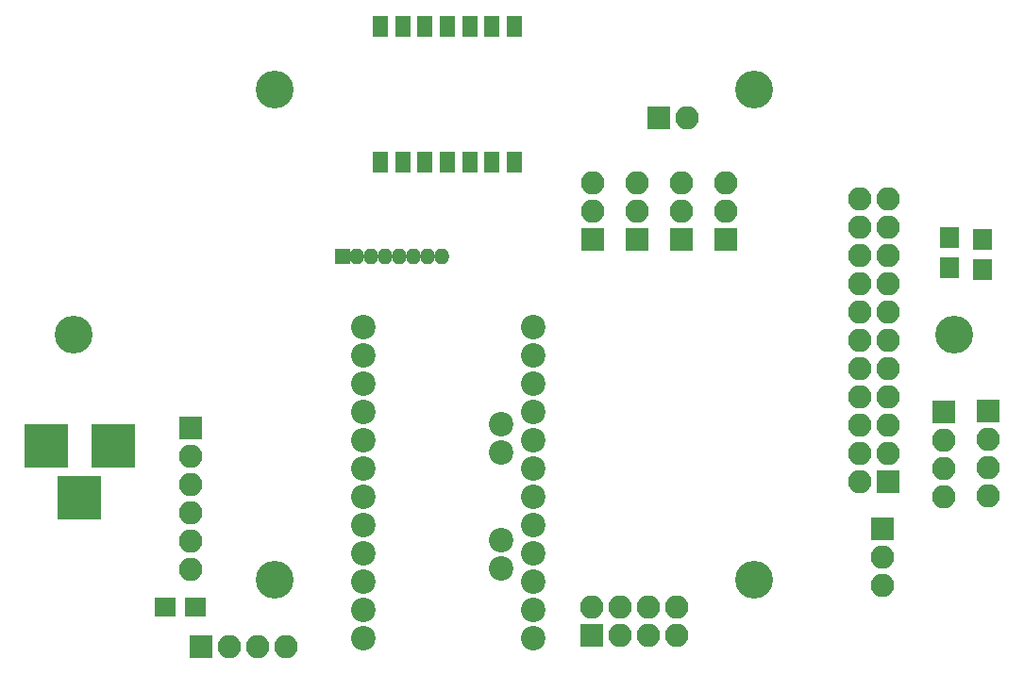
<source format=gts>
G04 #@! TF.FileFunction,Soldermask,Top*
%FSLAX46Y46*%
G04 Gerber Fmt 4.6, Leading zero omitted, Abs format (unit mm)*
G04 Created by KiCad (PCBNEW 4.0.5) date 2017 June 13, Tuesday 16:43:51*
%MOMM*%
%LPD*%
G01*
G04 APERTURE LIST*
%ADD10C,0.100000*%
%ADD11C,2.200000*%
%ADD12R,2.100000X2.100000*%
%ADD13O,2.100000X2.100000*%
%ADD14C,3.400000*%
%ADD15R,3.900000X3.900000*%
%ADD16R,1.700000X1.900000*%
%ADD17R,1.900000X1.700000*%
%ADD18R,1.400000X1.900000*%
%ADD19R,1.400000X1.400000*%
%ADD20O,1.400000X1.400000*%
G04 APERTURE END LIST*
D10*
D11*
X69819000Y-73477000D03*
X69819000Y-76017000D03*
X69819000Y-65603000D03*
X69819000Y-63063000D03*
X72740000Y-82240000D03*
X72740000Y-79700000D03*
X72740000Y-74620000D03*
X72740000Y-77160000D03*
X72740000Y-67000000D03*
X72740000Y-64460000D03*
X72740000Y-69540000D03*
X72740000Y-72080000D03*
X72740000Y-61920000D03*
X72740000Y-59380000D03*
X72740000Y-54300000D03*
X72740000Y-56840000D03*
X57500000Y-56840000D03*
X57500000Y-54300000D03*
X57500000Y-59380000D03*
X57500000Y-61920000D03*
X57500000Y-72080000D03*
X57500000Y-69540000D03*
X57500000Y-64460000D03*
X57500000Y-67000000D03*
X57500000Y-77160000D03*
X57500000Y-74620000D03*
X57500000Y-79700000D03*
X57500000Y-82240000D03*
D12*
X78000000Y-46500000D03*
D13*
X78000000Y-43960000D03*
X78000000Y-41420000D03*
D14*
X49500000Y-77000000D03*
X110500000Y-55000000D03*
D15*
X35000000Y-65000000D03*
X29000000Y-65000000D03*
X32000000Y-69700000D03*
D12*
X83960000Y-35500000D03*
D13*
X86500000Y-35500000D03*
D12*
X77920000Y-82000000D03*
D13*
X77920000Y-79460000D03*
X80460000Y-82000000D03*
X80460000Y-79460000D03*
X83000000Y-82000000D03*
X83000000Y-79460000D03*
X85540000Y-82000000D03*
X85540000Y-79460000D03*
D12*
X42920000Y-83000000D03*
D13*
X45460000Y-83000000D03*
X48000000Y-83000000D03*
X50540000Y-83000000D03*
D12*
X113500000Y-61880000D03*
D13*
X113500000Y-64420000D03*
X113500000Y-66960000D03*
X113500000Y-69500000D03*
D12*
X109500000Y-61920000D03*
D13*
X109500000Y-64460000D03*
X109500000Y-67000000D03*
X109500000Y-69540000D03*
D12*
X104500000Y-68200000D03*
D13*
X101960000Y-68200000D03*
X104500000Y-65660000D03*
X101960000Y-65660000D03*
X104500000Y-63120000D03*
X101960000Y-63120000D03*
X104500000Y-60580000D03*
X101960000Y-60580000D03*
X104500000Y-58040000D03*
X101960000Y-58040000D03*
X104500000Y-55500000D03*
X101960000Y-55500000D03*
X104500000Y-52960000D03*
X101960000Y-52960000D03*
X104500000Y-50420000D03*
X101960000Y-50420000D03*
X104500000Y-47880000D03*
X101960000Y-47880000D03*
X104500000Y-45340000D03*
X101960000Y-45340000D03*
X104500000Y-42800000D03*
X101960000Y-42800000D03*
D12*
X42000000Y-63380000D03*
D13*
X42000000Y-65920000D03*
X42000000Y-68460000D03*
X42000000Y-71000000D03*
X42000000Y-73540000D03*
X42000000Y-76080000D03*
D16*
X110000000Y-46300000D03*
X110000000Y-49000000D03*
X113000000Y-46500000D03*
X113000000Y-49200000D03*
D17*
X42350000Y-79500000D03*
X39650000Y-79500000D03*
D14*
X92500000Y-77000000D03*
X92500000Y-33000000D03*
X31500000Y-55000000D03*
X49500000Y-33000000D03*
D18*
X71000000Y-39500000D03*
X69001020Y-39500000D03*
X59003580Y-39500000D03*
X59003580Y-27300000D03*
X61002560Y-27300000D03*
X66999500Y-27300000D03*
X65003060Y-27300000D03*
X69001020Y-27300000D03*
X63004080Y-27300000D03*
X66999500Y-39500000D03*
X61002560Y-39500000D03*
X65003060Y-39500000D03*
X63004080Y-39500000D03*
X71000000Y-27300000D03*
D19*
X55610000Y-48000000D03*
D20*
X56880000Y-48000000D03*
X58150000Y-48000000D03*
X59420000Y-48000000D03*
X60690000Y-48000000D03*
X61960000Y-48000000D03*
X63230000Y-48000000D03*
X64500000Y-48000000D03*
D12*
X86000000Y-46500000D03*
D13*
X86000000Y-43960000D03*
X86000000Y-41420000D03*
D12*
X82000000Y-46500000D03*
D13*
X82000000Y-43960000D03*
X82000000Y-41420000D03*
D12*
X90000000Y-46500000D03*
D13*
X90000000Y-43960000D03*
X90000000Y-41420000D03*
D12*
X104000000Y-72420000D03*
D13*
X104000000Y-74960000D03*
X104000000Y-77500000D03*
M02*

</source>
